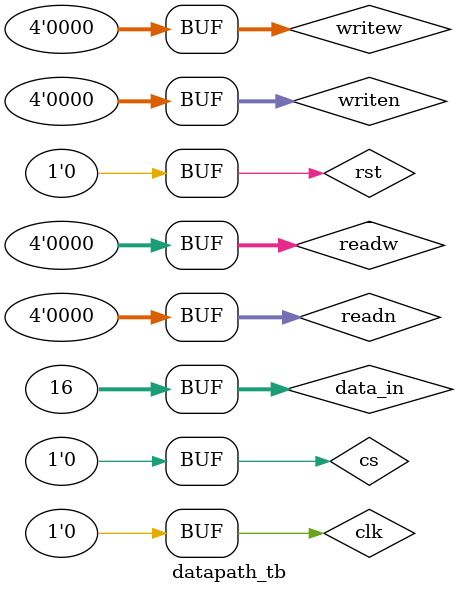
<source format=v>
module datapath_tb;

reg rst, clk, cs;
reg [3:0] readw, writew;
reg [3:0] readn, writen;
reg [31:0] data_in;
wire done;

DataPath #(.WIDTH(32), .ROW(4), .COL(4)) uut(
	.cs(cs),
	.rst(rst), 
	.clk(clk),
	.readw(readw),
	.writew(writew),
	.readn(readn),
	.writen(writen),
	.data_in(data_in),
	.done(done)
	); 

initial begin
	#13 
	data_in <= 16'd1;
	writew <= 4'b0001;
	#10 
	data_in <= 16'd2;
	writew <= 4'b0001;
	#10 
	data_in <= 16'd3;
	writew <= 4'b0001;
	#10 
	data_in <= 16'd4;
	writew <= 4'b0001;

	#10 
	data_in <= 16'd5;
	writew <= 4'b0010;
	#10 
	data_in <= 16'd6;
	writew <= 4'b0010;
	#10 
	data_in <= 16'd7;
	writew <= 4'b0010;
	#10 
	data_in <= 16'd8;
	writew <= 4'b0010;

	#10 
	data_in <= 16'd9;
	writew <= 4'b0100;
	#10 
	data_in <= 16'd10;
	writew <= 4'b0100;
	#10 
	data_in <= 16'd11;
	writew <= 4'b0100;
	#10 
	data_in <= 16'd12;
	writew <= 4'b0100;

	#10 
	data_in <= 16'd13;
	writew <= 4'b1000;
	#10 
	data_in <= 16'd14;
	writew <= 4'b1000;
	#10 
	data_in <= 16'd15;
	writew <= 4'b1000;
	#10 
	data_in <= 16'd16;
	writew <= 4'b1000;

	#10 writew <= 4'b0000;
	//---------------------------------------
	#10 
	data_in <= 16'd1;
	writen <= 4'b0001;
	#10 
	data_in <= 16'd5;
	writen <= 4'b0001;
	#10 
	data_in <= 16'd9;
	writen <= 4'b0001;
	#10 
	data_in <= 16'd13;
	writen <= 4'b0001;

	#10 
	data_in <= 16'd2;
	writen <= 4'b0010;
	#10 
	data_in <= 16'd6;
	writen <= 4'b0010;
	#10 
	data_in <= 16'd10;
	writen <= 4'b0010;
	#10 
	data_in <= 16'd14;
	writen <= 4'b0010;

	#10 
	data_in <= 16'd3;
	writen <= 4'b0100;
	#10 
	data_in <= 16'd7;
	writen <= 4'b0100;
	#10 
	data_in <= 16'd11;
	writen <= 4'b0100;
	#10 
	data_in <= 16'd15;
	writen <= 4'b0100;

	#10 
	data_in <= 16'd4;
	writen <= 4'b1000;
	#10 
	data_in <= 16'd8;
	writen <= 4'b1000;
	#10 
	data_in <= 16'd12;
	writen <= 4'b1000;
	#10 
	data_in <= 16'd16;
	writen <= 4'b1000;

	#10 writen <= 4'b0000;
	// ------------------------------------
	#3
	cs <= 1;
	#7
	readw <= 4'b0001;
	readn <= 4'b0001;
	#10 
	readw <= 4'b0011;
	readn <= 4'b0011;
	#10 
	readw <= 4'b0111;
	readn <= 4'b0111;
	#10 
	readw <= 4'b1111;
	readn <= 4'b1111;
	#10 
	readw <= 4'b1111;
	readn <= 4'b1111;
	#10 
	readw <= 4'b1111;
	readn <= 4'b1111;
	#10 
	readw <= 4'b1111;
	readn <= 4'b1111;
	#10 
	readw <= 4'b0000;
	readn <= 4'b0000;
	#40 
	cs <= 0;



end

initial begin
rst <= 1;
clk <= 0;
#3
rst <= 0;
end

initial begin
	repeat(500)
		#5 clk <= ~clk;
end

endmodule
</source>
